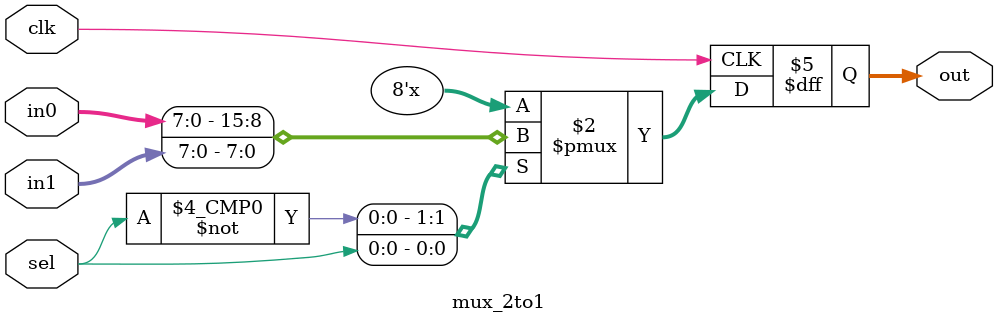
<source format=v>
module mux_2to1(
    input clk,
    input sel,
    input [7:0] in0,
    input [7:0] in1,
    output reg [7:0] out
);

    always @(posedge clk) begin
        case(sel)
            1'b0: out = in0;
            1'b1: out = in1;
        endcase
    end

endmodule

</source>
